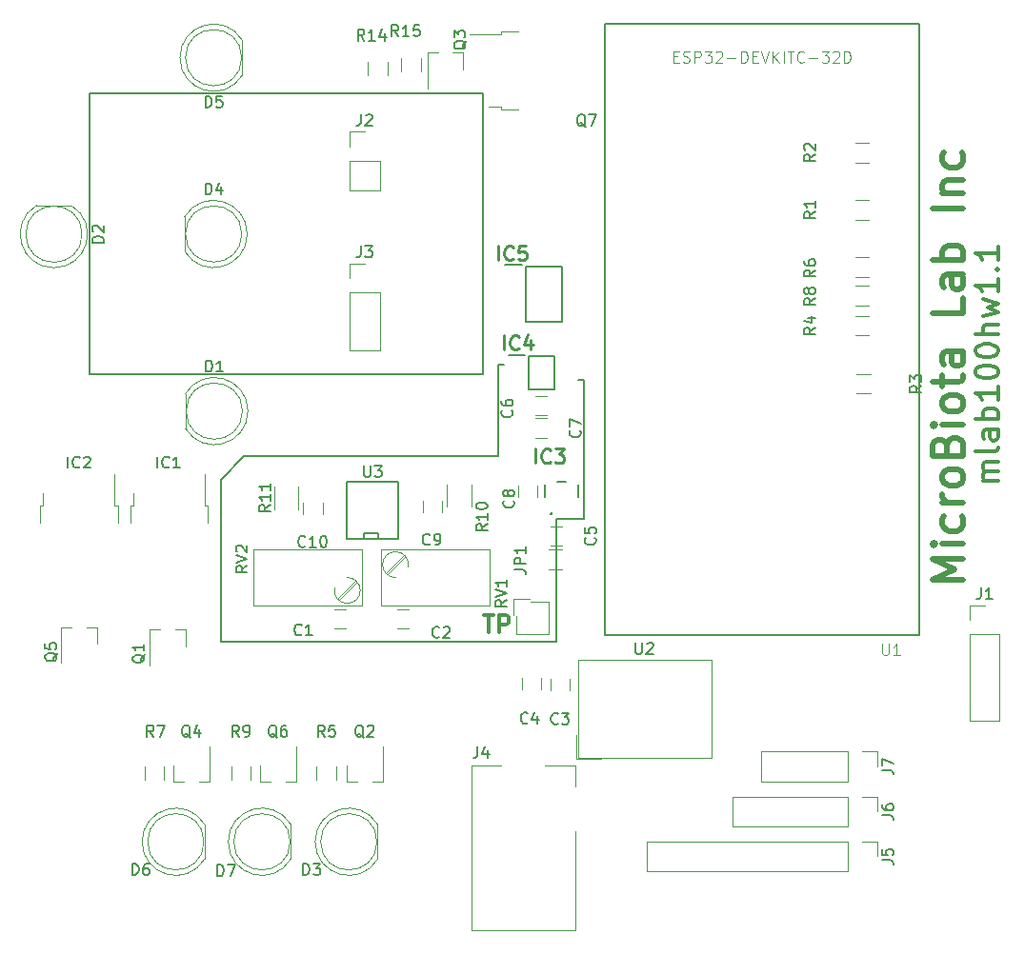
<source format=gto>
G04 #@! TF.GenerationSoftware,KiCad,Pcbnew,(5.0.0)*
G04 #@! TF.CreationDate,2019-01-08T13:52:07-08:00*
G04 #@! TF.ProjectId,TestPlatformBoard,54657374506C6174666F726D426F6172,rev?*
G04 #@! TF.SameCoordinates,Original*
G04 #@! TF.FileFunction,Legend,Top*
G04 #@! TF.FilePolarity,Positive*
%FSLAX46Y46*%
G04 Gerber Fmt 4.6, Leading zero omitted, Abs format (unit mm)*
G04 Created by KiCad (PCBNEW (5.0.0)) date 01/08/19 13:52:07*
%MOMM*%
%LPD*%
G01*
G04 APERTURE LIST*
%ADD10C,0.300000*%
%ADD11C,0.500000*%
%ADD12C,0.200000*%
%ADD13C,0.127000*%
%ADD14C,0.120000*%
%ADD15C,0.254000*%
%ADD16C,0.150000*%
%ADD17C,0.050000*%
G04 APERTURE END LIST*
D10*
X41421428Y-52778571D02*
X42278571Y-52778571D01*
X41850000Y-54278571D02*
X41850000Y-52778571D01*
X42778571Y-54278571D02*
X42778571Y-52778571D01*
X43350000Y-52778571D01*
X43492857Y-52850000D01*
X43564285Y-52921428D01*
X43635714Y-53064285D01*
X43635714Y-53278571D01*
X43564285Y-53421428D01*
X43492857Y-53492857D01*
X43350000Y-53564285D01*
X42778571Y-53564285D01*
X87104761Y-40830952D02*
X85771428Y-40830952D01*
X85961904Y-40830952D02*
X85866666Y-40735714D01*
X85771428Y-40545238D01*
X85771428Y-40259523D01*
X85866666Y-40069047D01*
X86057142Y-39973809D01*
X87104761Y-39973809D01*
X86057142Y-39973809D02*
X85866666Y-39878571D01*
X85771428Y-39688095D01*
X85771428Y-39402380D01*
X85866666Y-39211904D01*
X86057142Y-39116666D01*
X87104761Y-39116666D01*
X87104761Y-37878571D02*
X87009523Y-38069047D01*
X86819047Y-38164285D01*
X85104761Y-38164285D01*
X87104761Y-36259523D02*
X86057142Y-36259523D01*
X85866666Y-36354761D01*
X85771428Y-36545238D01*
X85771428Y-36926190D01*
X85866666Y-37116666D01*
X87009523Y-36259523D02*
X87104761Y-36450000D01*
X87104761Y-36926190D01*
X87009523Y-37116666D01*
X86819047Y-37211904D01*
X86628571Y-37211904D01*
X86438095Y-37116666D01*
X86342857Y-36926190D01*
X86342857Y-36450000D01*
X86247619Y-36259523D01*
X87104761Y-35307142D02*
X85104761Y-35307142D01*
X85866666Y-35307142D02*
X85771428Y-35116666D01*
X85771428Y-34735714D01*
X85866666Y-34545238D01*
X85961904Y-34450000D01*
X86152380Y-34354761D01*
X86723809Y-34354761D01*
X86914285Y-34450000D01*
X87009523Y-34545238D01*
X87104761Y-34735714D01*
X87104761Y-35116666D01*
X87009523Y-35307142D01*
X87104761Y-32450000D02*
X87104761Y-33592857D01*
X87104761Y-33021428D02*
X85104761Y-33021428D01*
X85390476Y-33211904D01*
X85580952Y-33402380D01*
X85676190Y-33592857D01*
X85104761Y-31211904D02*
X85104761Y-31021428D01*
X85200000Y-30830952D01*
X85295238Y-30735714D01*
X85485714Y-30640476D01*
X85866666Y-30545238D01*
X86342857Y-30545238D01*
X86723809Y-30640476D01*
X86914285Y-30735714D01*
X87009523Y-30830952D01*
X87104761Y-31021428D01*
X87104761Y-31211904D01*
X87009523Y-31402380D01*
X86914285Y-31497619D01*
X86723809Y-31592857D01*
X86342857Y-31688095D01*
X85866666Y-31688095D01*
X85485714Y-31592857D01*
X85295238Y-31497619D01*
X85200000Y-31402380D01*
X85104761Y-31211904D01*
X85104761Y-29307142D02*
X85104761Y-29116666D01*
X85200000Y-28926190D01*
X85295238Y-28830952D01*
X85485714Y-28735714D01*
X85866666Y-28640476D01*
X86342857Y-28640476D01*
X86723809Y-28735714D01*
X86914285Y-28830952D01*
X87009523Y-28926190D01*
X87104761Y-29116666D01*
X87104761Y-29307142D01*
X87009523Y-29497619D01*
X86914285Y-29592857D01*
X86723809Y-29688095D01*
X86342857Y-29783333D01*
X85866666Y-29783333D01*
X85485714Y-29688095D01*
X85295238Y-29592857D01*
X85200000Y-29497619D01*
X85104761Y-29307142D01*
X87104761Y-27783333D02*
X85104761Y-27783333D01*
X87104761Y-26926190D02*
X86057142Y-26926190D01*
X85866666Y-27021428D01*
X85771428Y-27211904D01*
X85771428Y-27497619D01*
X85866666Y-27688095D01*
X85961904Y-27783333D01*
X85771428Y-26164285D02*
X87104761Y-25783333D01*
X86152380Y-25402380D01*
X87104761Y-25021428D01*
X85771428Y-24640476D01*
X87104761Y-22830952D02*
X87104761Y-23973809D01*
X87104761Y-23402380D02*
X85104761Y-23402380D01*
X85390476Y-23592857D01*
X85580952Y-23783333D01*
X85676190Y-23973809D01*
X86914285Y-21973809D02*
X87009523Y-21878571D01*
X87104761Y-21973809D01*
X87009523Y-22069047D01*
X86914285Y-21973809D01*
X87104761Y-21973809D01*
X87104761Y-19973809D02*
X87104761Y-21116666D01*
X87104761Y-20545238D02*
X85104761Y-20545238D01*
X85390476Y-20735714D01*
X85580952Y-20926190D01*
X85676190Y-21116666D01*
D11*
X83994047Y-49572619D02*
X81244047Y-49572619D01*
X83208333Y-48655952D01*
X81244047Y-47739285D01*
X83994047Y-47739285D01*
X83994047Y-46429761D02*
X82160714Y-46429761D01*
X81244047Y-46429761D02*
X81375000Y-46560714D01*
X81505952Y-46429761D01*
X81375000Y-46298809D01*
X81244047Y-46429761D01*
X81505952Y-46429761D01*
X83863095Y-43941666D02*
X83994047Y-44203571D01*
X83994047Y-44727380D01*
X83863095Y-44989285D01*
X83732142Y-45120238D01*
X83470238Y-45251190D01*
X82684523Y-45251190D01*
X82422619Y-45120238D01*
X82291666Y-44989285D01*
X82160714Y-44727380D01*
X82160714Y-44203571D01*
X82291666Y-43941666D01*
X83994047Y-42763095D02*
X82160714Y-42763095D01*
X82684523Y-42763095D02*
X82422619Y-42632142D01*
X82291666Y-42501190D01*
X82160714Y-42239285D01*
X82160714Y-41977380D01*
X83994047Y-40667857D02*
X83863095Y-40929761D01*
X83732142Y-41060714D01*
X83470238Y-41191666D01*
X82684523Y-41191666D01*
X82422619Y-41060714D01*
X82291666Y-40929761D01*
X82160714Y-40667857D01*
X82160714Y-40275000D01*
X82291666Y-40013095D01*
X82422619Y-39882142D01*
X82684523Y-39751190D01*
X83470238Y-39751190D01*
X83732142Y-39882142D01*
X83863095Y-40013095D01*
X83994047Y-40275000D01*
X83994047Y-40667857D01*
X82553571Y-37655952D02*
X82684523Y-37263095D01*
X82815476Y-37132142D01*
X83077380Y-37001190D01*
X83470238Y-37001190D01*
X83732142Y-37132142D01*
X83863095Y-37263095D01*
X83994047Y-37525000D01*
X83994047Y-38572619D01*
X81244047Y-38572619D01*
X81244047Y-37655952D01*
X81375000Y-37394047D01*
X81505952Y-37263095D01*
X81767857Y-37132142D01*
X82029761Y-37132142D01*
X82291666Y-37263095D01*
X82422619Y-37394047D01*
X82553571Y-37655952D01*
X82553571Y-38572619D01*
X83994047Y-35822619D02*
X82160714Y-35822619D01*
X81244047Y-35822619D02*
X81375000Y-35953571D01*
X81505952Y-35822619D01*
X81375000Y-35691666D01*
X81244047Y-35822619D01*
X81505952Y-35822619D01*
X83994047Y-34120238D02*
X83863095Y-34382142D01*
X83732142Y-34513095D01*
X83470238Y-34644047D01*
X82684523Y-34644047D01*
X82422619Y-34513095D01*
X82291666Y-34382142D01*
X82160714Y-34120238D01*
X82160714Y-33727380D01*
X82291666Y-33465476D01*
X82422619Y-33334523D01*
X82684523Y-33203571D01*
X83470238Y-33203571D01*
X83732142Y-33334523D01*
X83863095Y-33465476D01*
X83994047Y-33727380D01*
X83994047Y-34120238D01*
X82160714Y-32417857D02*
X82160714Y-31370238D01*
X81244047Y-32025000D02*
X83601190Y-32025000D01*
X83863095Y-31894047D01*
X83994047Y-31632142D01*
X83994047Y-31370238D01*
X83994047Y-29275000D02*
X82553571Y-29275000D01*
X82291666Y-29405952D01*
X82160714Y-29667857D01*
X82160714Y-30191666D01*
X82291666Y-30453571D01*
X83863095Y-29275000D02*
X83994047Y-29536904D01*
X83994047Y-30191666D01*
X83863095Y-30453571D01*
X83601190Y-30584523D01*
X83339285Y-30584523D01*
X83077380Y-30453571D01*
X82946428Y-30191666D01*
X82946428Y-29536904D01*
X82815476Y-29275000D01*
X83994047Y-24560714D02*
X83994047Y-25870238D01*
X81244047Y-25870238D01*
X83994047Y-22465476D02*
X82553571Y-22465476D01*
X82291666Y-22596428D01*
X82160714Y-22858333D01*
X82160714Y-23382142D01*
X82291666Y-23644047D01*
X83863095Y-22465476D02*
X83994047Y-22727380D01*
X83994047Y-23382142D01*
X83863095Y-23644047D01*
X83601190Y-23775000D01*
X83339285Y-23775000D01*
X83077380Y-23644047D01*
X82946428Y-23382142D01*
X82946428Y-22727380D01*
X82815476Y-22465476D01*
X83994047Y-21155952D02*
X81244047Y-21155952D01*
X82291666Y-21155952D02*
X82160714Y-20894047D01*
X82160714Y-20370238D01*
X82291666Y-20108333D01*
X82422619Y-19977380D01*
X82684523Y-19846428D01*
X83470238Y-19846428D01*
X83732142Y-19977380D01*
X83863095Y-20108333D01*
X83994047Y-20370238D01*
X83994047Y-20894047D01*
X83863095Y-21155952D01*
X83994047Y-16572619D02*
X81244047Y-16572619D01*
X82160714Y-15263095D02*
X83994047Y-15263095D01*
X82422619Y-15263095D02*
X82291666Y-15132142D01*
X82160714Y-14870238D01*
X82160714Y-14477380D01*
X82291666Y-14215476D01*
X82553571Y-14084523D01*
X83994047Y-14084523D01*
X83863095Y-11596428D02*
X83994047Y-11858333D01*
X83994047Y-12382142D01*
X83863095Y-12644047D01*
X83732142Y-12775000D01*
X83470238Y-12905952D01*
X82684523Y-12905952D01*
X82422619Y-12775000D01*
X82291666Y-12644047D01*
X82160714Y-12382142D01*
X82160714Y-11858333D01*
X82291666Y-11596428D01*
D12*
X42700000Y-38600000D02*
X20100000Y-38600000D01*
X18000000Y-40700000D02*
X20100000Y-38600000D01*
X18000000Y-55100000D02*
X18000000Y-40700000D01*
X47800000Y-55100000D02*
X47800000Y-44200000D01*
X42700000Y-55100000D02*
X47800000Y-55100000D01*
X50300000Y-44200000D02*
X47800000Y-44200000D01*
X50300000Y-38700000D02*
X50300000Y-44200000D01*
X42700000Y-30500000D02*
X42700000Y-38600000D01*
X43200000Y-30500000D02*
X42700000Y-30500000D01*
X50300000Y-31800000D02*
X50300000Y-37500000D01*
X49800000Y-31800000D02*
X50300000Y-31800000D01*
X50300000Y-37500000D02*
X50300000Y-38700000D01*
X18000000Y-55100000D02*
X42700000Y-55100000D01*
X6350000Y-31350000D02*
X6350000Y-6350000D01*
X41350000Y-31350000D02*
X6350000Y-31350000D01*
X41350000Y-6350000D02*
X41350000Y-31350000D01*
X6350000Y-6350000D02*
X41350000Y-6350000D01*
D13*
G04 #@! TO.C,U1*
X52150000Y-150000D02*
X80050000Y-150000D01*
X52150000Y-54550000D02*
X52150000Y-150000D01*
X80050000Y-54550000D02*
X52150000Y-54550000D01*
X80050000Y-150000D02*
X80050000Y-54550000D01*
D14*
G04 #@! TO.C,U2*
X61590000Y-56700000D02*
X49790000Y-56700000D01*
X61590000Y-65400000D02*
X61590000Y-56700000D01*
X49790000Y-65400000D02*
X61590000Y-65400000D01*
X49790000Y-56700000D02*
X49790000Y-65400000D01*
X49640000Y-65550000D02*
X51790000Y-65550000D01*
X49640000Y-63400000D02*
X49640000Y-65550000D01*
G04 #@! TO.C,R4*
X74400000Y-26120000D02*
X75600000Y-26120000D01*
X75600000Y-27880000D02*
X74400000Y-27880000D01*
G04 #@! TO.C,Q1*
X14880000Y-54040000D02*
X13950000Y-54040000D01*
X11720000Y-54040000D02*
X12650000Y-54040000D01*
X11720000Y-54040000D02*
X11720000Y-57200000D01*
X14880000Y-54040000D02*
X14880000Y-55500000D01*
G04 #@! TO.C,C9*
X35950000Y-42600000D02*
X35950000Y-43600000D01*
X37650000Y-43600000D02*
X37650000Y-42600000D01*
G04 #@! TO.C,C10*
X27050000Y-43750000D02*
X27050000Y-42750000D01*
X25350000Y-42750000D02*
X25350000Y-43750000D01*
G04 #@! TO.C,R1*
X74400000Y-15820000D02*
X75600000Y-15820000D01*
X75600000Y-17580000D02*
X74400000Y-17580000D01*
G04 #@! TO.C,R5*
X28280000Y-66200000D02*
X28280000Y-67400000D01*
X26520000Y-67400000D02*
X26520000Y-66200000D01*
G04 #@! TO.C,R6*
X75600000Y-22680000D02*
X74400000Y-22680000D01*
X74400000Y-20920000D02*
X75600000Y-20920000D01*
G04 #@! TO.C,R2*
X74400000Y-10720000D02*
X75600000Y-10720000D01*
X75600000Y-12480000D02*
X74400000Y-12480000D01*
G04 #@! TO.C,R8*
X75600000Y-25180000D02*
X74400000Y-25180000D01*
X74400000Y-23420000D02*
X75600000Y-23420000D01*
G04 #@! TO.C,R7*
X12980000Y-66200000D02*
X12980000Y-67400000D01*
X11220000Y-67400000D02*
X11220000Y-66200000D01*
G04 #@! TO.C,R3*
X75730000Y-33050000D02*
X74530000Y-33050000D01*
X74530000Y-31290000D02*
X75730000Y-31290000D01*
D12*
G04 #@! TO.C,IC4*
X45350000Y-29675000D02*
X47650000Y-29675000D01*
X47650000Y-29675000D02*
X47650000Y-32675000D01*
X47650000Y-32675000D02*
X45350000Y-32675000D01*
X45350000Y-32675000D02*
X45350000Y-29675000D01*
X43600000Y-29625000D02*
X45000000Y-29625000D01*
G04 #@! TO.C,IC5*
X45100000Y-21750000D02*
X48300000Y-21750000D01*
X48300000Y-21750000D02*
X48300000Y-26650000D01*
X48300000Y-26650000D02*
X45100000Y-26650000D01*
X45100000Y-26650000D02*
X45100000Y-21750000D01*
X43225000Y-21620000D02*
X44750000Y-21620000D01*
D14*
G04 #@! TO.C,J1*
X84570000Y-51870000D02*
X85900000Y-51870000D01*
X84570000Y-53200000D02*
X84570000Y-51870000D01*
X84570000Y-54470000D02*
X87230000Y-54470000D01*
X87230000Y-54470000D02*
X87230000Y-62150000D01*
X84570000Y-54470000D02*
X84570000Y-62150000D01*
X84570000Y-62150000D02*
X87230000Y-62150000D01*
G04 #@! TO.C,J2*
X29470000Y-9770000D02*
X30800000Y-9770000D01*
X29470000Y-11100000D02*
X29470000Y-9770000D01*
X29470000Y-12370000D02*
X32130000Y-12370000D01*
X32130000Y-12370000D02*
X32130000Y-14970000D01*
X29470000Y-12370000D02*
X29470000Y-14970000D01*
X29470000Y-14970000D02*
X32130000Y-14970000D01*
D12*
G04 #@! TO.C,IC3*
X46850000Y-41137000D02*
X46850000Y-42260000D01*
X49750000Y-41137000D02*
X49750000Y-42260000D01*
X47950000Y-40901000D02*
X48650000Y-40901000D01*
D15*
X47378300Y-43712000D02*
G75*
G03X47378300Y-43712000I-59300J0D01*
G01*
D14*
G04 #@! TO.C,IC1*
X16850000Y-44530000D02*
X16850000Y-43030000D01*
X16850000Y-43030000D02*
X16580000Y-43030000D01*
X16580000Y-43030000D02*
X16580000Y-40200000D01*
X9950000Y-44530000D02*
X9950000Y-43030000D01*
X9950000Y-43030000D02*
X10220000Y-43030000D01*
X10220000Y-43030000D02*
X10220000Y-41930000D01*
G04 #@! TO.C,IC2*
X2220000Y-43030000D02*
X2220000Y-41930000D01*
X1950000Y-43030000D02*
X2220000Y-43030000D01*
X1950000Y-44530000D02*
X1950000Y-43030000D01*
X8580000Y-43030000D02*
X8580000Y-40200000D01*
X8850000Y-43030000D02*
X8580000Y-43030000D01*
X8850000Y-44530000D02*
X8850000Y-43030000D01*
G04 #@! TO.C,D4*
X20360000Y-18850462D02*
G75*
G03X14810000Y-17305170I-2990000J462D01*
G01*
X20360000Y-18849538D02*
G75*
G02X14810000Y-20394830I-2990000J-462D01*
G01*
X19870000Y-18850000D02*
G75*
G03X19870000Y-18850000I-2500000J0D01*
G01*
X14810000Y-17305000D02*
X14810000Y-20395000D01*
G04 #@! TO.C,D5*
X19930000Y-4720000D02*
X19930000Y-1630000D01*
X19870000Y-3175000D02*
G75*
G03X19870000Y-3175000I-2500000J0D01*
G01*
X14380000Y-3175462D02*
G75*
G02X19930000Y-1630170I2990000J462D01*
G01*
X14380000Y-3174538D02*
G75*
G03X19930000Y-4719830I2990000J-462D01*
G01*
G04 #@! TO.C,D7*
X24230000Y-74445000D02*
X24230000Y-71355000D01*
X24170000Y-72900000D02*
G75*
G03X24170000Y-72900000I-2500000J0D01*
G01*
X18680000Y-72900462D02*
G75*
G02X24230000Y-71355170I2990000J462D01*
G01*
X18680000Y-72899538D02*
G75*
G03X24230000Y-74444830I2990000J-462D01*
G01*
G04 #@! TO.C,C8*
X44450000Y-41200000D02*
X44450000Y-42200000D01*
X46150000Y-42200000D02*
X46150000Y-41200000D01*
G04 #@! TO.C,C6*
X47000000Y-33250000D02*
X46000000Y-33250000D01*
X46000000Y-34950000D02*
X47000000Y-34950000D01*
G04 #@! TO.C,C7*
X45950000Y-36950000D02*
X46950000Y-36950000D01*
X46950000Y-35250000D02*
X45950000Y-35250000D01*
G04 #@! TO.C,C5*
X47300000Y-46550000D02*
X48300000Y-46550000D01*
X48300000Y-44850000D02*
X47300000Y-44850000D01*
G04 #@! TO.C,JP1*
X48350000Y-48680000D02*
X47150000Y-48680000D01*
X47150000Y-46920000D02*
X48350000Y-46920000D01*
G04 #@! TO.C,J3*
X29470000Y-21470000D02*
X30800000Y-21470000D01*
X29470000Y-22800000D02*
X29470000Y-21470000D01*
X29470000Y-24070000D02*
X32130000Y-24070000D01*
X32130000Y-24070000D02*
X32130000Y-29210000D01*
X29470000Y-24070000D02*
X29470000Y-29210000D01*
X29470000Y-29210000D02*
X32130000Y-29210000D01*
G04 #@! TO.C,Q6*
X21520000Y-67560000D02*
X21520000Y-66100000D01*
X24680000Y-67560000D02*
X24680000Y-64400000D01*
X24680000Y-67560000D02*
X23750000Y-67560000D01*
X21520000Y-67560000D02*
X22450000Y-67560000D01*
G04 #@! TO.C,Q2*
X29220000Y-67560000D02*
X29220000Y-66100000D01*
X32380000Y-67560000D02*
X32380000Y-64400000D01*
X32380000Y-67560000D02*
X31450000Y-67560000D01*
X29220000Y-67560000D02*
X30150000Y-67560000D01*
G04 #@! TO.C,J5*
X76330000Y-72870000D02*
X76330000Y-74200000D01*
X75000000Y-72870000D02*
X76330000Y-72870000D01*
X73730000Y-72870000D02*
X73730000Y-75530000D01*
X73730000Y-75530000D02*
X55890000Y-75530000D01*
X73730000Y-72870000D02*
X55890000Y-72870000D01*
X55890000Y-72870000D02*
X55890000Y-75530000D01*
G04 #@! TO.C,Q5*
X6980000Y-53840000D02*
X6050000Y-53840000D01*
X3820000Y-53840000D02*
X4750000Y-53840000D01*
X3820000Y-53840000D02*
X3820000Y-57000000D01*
X6980000Y-53840000D02*
X6980000Y-55300000D01*
G04 #@! TO.C,Q4*
X13820000Y-67560000D02*
X13820000Y-66100000D01*
X16980000Y-67560000D02*
X16980000Y-64400000D01*
X16980000Y-67560000D02*
X16050000Y-67560000D01*
X13820000Y-67560000D02*
X14750000Y-67560000D01*
G04 #@! TO.C,C1*
X29100000Y-52250000D02*
X28100000Y-52250000D01*
X28100000Y-53950000D02*
X29100000Y-53950000D01*
G04 #@! TO.C,C4*
X46450000Y-59350000D02*
X46450000Y-58350000D01*
X44750000Y-58350000D02*
X44750000Y-59350000D01*
G04 #@! TO.C,C2*
X34700000Y-52250000D02*
X33700000Y-52250000D01*
X33700000Y-53950000D02*
X34700000Y-53950000D01*
G04 #@! TO.C,C3*
X47350000Y-58450000D02*
X47350000Y-59450000D01*
X49050000Y-59450000D02*
X49050000Y-58450000D01*
G04 #@! TO.C,RV1*
X32809000Y-49125000D02*
X34421000Y-47515000D01*
X32669000Y-48984000D02*
X34280000Y-47374000D01*
X32215000Y-51870000D02*
X32215000Y-46919000D01*
X41865000Y-51870000D02*
X41865000Y-46919000D01*
X41865000Y-46919000D02*
X32215000Y-46919000D01*
X41865000Y-51870000D02*
X32215000Y-51870000D01*
X33524879Y-47095948D02*
G75*
G02X34674000Y-48490000I20121J-1154052D01*
G01*
X33585309Y-49404296D02*
G75*
G02X33545000Y-47095000I-40309J1154296D01*
G01*
G04 #@! TO.C,R11*
X22730000Y-43300000D02*
X22730000Y-41300000D01*
X24870000Y-41300000D02*
X24870000Y-43300000D01*
G04 #@! TO.C,R9*
X20680000Y-66200000D02*
X20680000Y-67400000D01*
X18920000Y-67400000D02*
X18920000Y-66200000D01*
G04 #@! TO.C,R10*
X40270000Y-41100000D02*
X40270000Y-43100000D01*
X38130000Y-43100000D02*
X38130000Y-41100000D01*
D16*
G04 #@! TO.C,U3*
X32008000Y-45432000D02*
X32008000Y-45940000D01*
X30738000Y-45432000D02*
X32008000Y-45432000D01*
X30738000Y-45940000D02*
X30738000Y-45432000D01*
X33786000Y-45940000D02*
X29214000Y-45940000D01*
X33786000Y-40860000D02*
X33786000Y-45940000D01*
X29214000Y-40860000D02*
X33786000Y-40860000D01*
X29214000Y-45940000D02*
X29214000Y-40860000D01*
D14*
G04 #@! TO.C,RV2*
X29214691Y-49395704D02*
G75*
G02X29255000Y-51705000I40309J-1154296D01*
G01*
X29275121Y-51704052D02*
G75*
G02X28126000Y-50310000I-20121J1154052D01*
G01*
X20935000Y-46930000D02*
X30585000Y-46930000D01*
X20935000Y-51881000D02*
X30585000Y-51881000D01*
X20935000Y-46930000D02*
X20935000Y-51881000D01*
X30585000Y-46930000D02*
X30585000Y-51881000D01*
X30131000Y-49816000D02*
X28520000Y-51426000D01*
X29991000Y-49675000D02*
X28379000Y-51285000D01*
G04 #@! TO.C,J4*
X40300000Y-66100000D02*
X42900000Y-66100000D01*
X40300000Y-80800000D02*
X40300000Y-66100000D01*
X49500000Y-66100000D02*
X49500000Y-68000000D01*
X46800000Y-66100000D02*
X49500000Y-66100000D01*
X49500000Y-80800000D02*
X40300000Y-80800000D01*
X49500000Y-72000000D02*
X49500000Y-80800000D01*
G04 #@! TO.C,D1*
X20420000Y-34600462D02*
G75*
G03X14870000Y-33055170I-2990000J462D01*
G01*
X20420000Y-34599538D02*
G75*
G02X14870000Y-36144830I-2990000J-462D01*
G01*
X19930000Y-34600000D02*
G75*
G03X19930000Y-34600000I-2500000J0D01*
G01*
X14870000Y-33055000D02*
X14870000Y-36145000D01*
G04 #@! TO.C,D2*
X4720000Y-16310000D02*
X1630000Y-16310000D01*
X5675000Y-18870000D02*
G75*
G03X5675000Y-18870000I-2500000J0D01*
G01*
X3175462Y-21860000D02*
G75*
G02X1630170Y-16310000I-462J2990000D01*
G01*
X3174538Y-21860000D02*
G75*
G03X4719830Y-16310000I462J2990000D01*
G01*
G04 #@! TO.C,D3*
X31950000Y-74445000D02*
X31950000Y-71355000D01*
X31890000Y-72900000D02*
G75*
G03X31890000Y-72900000I-2500000J0D01*
G01*
X26400000Y-72900462D02*
G75*
G02X31950000Y-71355170I2990000J462D01*
G01*
X26400000Y-72899538D02*
G75*
G03X31950000Y-74444830I2990000J-462D01*
G01*
G04 #@! TO.C,D6*
X11020000Y-72899538D02*
G75*
G03X16570000Y-74444830I2990000J-462D01*
G01*
X11020000Y-72900462D02*
G75*
G02X16570000Y-71355170I2990000J462D01*
G01*
X16510000Y-72900000D02*
G75*
G03X16510000Y-72900000I-2500000J0D01*
G01*
X16570000Y-74445000D02*
X16570000Y-71355000D01*
G04 #@! TO.C,J6*
X76330000Y-68870000D02*
X76330000Y-70200000D01*
X75000000Y-68870000D02*
X76330000Y-68870000D01*
X73730000Y-68870000D02*
X73730000Y-71530000D01*
X73730000Y-71530000D02*
X63510000Y-71530000D01*
X73730000Y-68870000D02*
X63510000Y-68870000D01*
X63510000Y-68870000D02*
X63510000Y-71530000D01*
G04 #@! TO.C,J7*
X76330000Y-64870000D02*
X76330000Y-66200000D01*
X75000000Y-64870000D02*
X76330000Y-64870000D01*
X73730000Y-64870000D02*
X73730000Y-67530000D01*
X73730000Y-67530000D02*
X66050000Y-67530000D01*
X73730000Y-64870000D02*
X66050000Y-64870000D01*
X66050000Y-64870000D02*
X66050000Y-67530000D01*
G04 #@! TO.C,J8*
X44030000Y-51330000D02*
X44030000Y-52730000D01*
X45430000Y-51330000D02*
X44030000Y-51330000D01*
X44280000Y-54420000D02*
X44280000Y-52830000D01*
X47120000Y-54420000D02*
X44280000Y-54420000D01*
X47120000Y-51580000D02*
X47120000Y-54420000D01*
X45530000Y-51580000D02*
X47120000Y-51580000D01*
G04 #@! TO.C,Q3*
X39550000Y-2730000D02*
X39550000Y-4190000D01*
X36390000Y-2730000D02*
X36390000Y-5890000D01*
X36390000Y-2730000D02*
X37320000Y-2730000D01*
X39550000Y-2730000D02*
X38620000Y-2730000D01*
G04 #@! TO.C,Q7*
X42945001Y-7485001D02*
X41845001Y-7485001D01*
X42945001Y-7755001D02*
X42945001Y-7485001D01*
X44445001Y-7755001D02*
X42945001Y-7755001D01*
X42945001Y-1125001D02*
X40115001Y-1125001D01*
X42945001Y-855001D02*
X42945001Y-1125001D01*
X44445001Y-855001D02*
X42945001Y-855001D01*
G04 #@! TO.C,R14*
X31070000Y-4760000D02*
X31070000Y-3560000D01*
X32830000Y-3560000D02*
X32830000Y-4760000D01*
G04 #@! TO.C,R15*
X34050000Y-4390000D02*
X34050000Y-3190000D01*
X35810000Y-3190000D02*
X35810000Y-4390000D01*
G04 #@! TO.C,U1*
D17*
X76802198Y-55298167D02*
X76802198Y-56108006D01*
X76849835Y-56203282D01*
X76897473Y-56250919D01*
X76992748Y-56298557D01*
X77183299Y-56298557D01*
X77278574Y-56250919D01*
X77326211Y-56203282D01*
X77373849Y-56108006D01*
X77373849Y-55298167D01*
X78374239Y-56298557D02*
X77802588Y-56298557D01*
X78088413Y-56298557D02*
X78088413Y-55298167D01*
X77993138Y-55441080D01*
X77897863Y-55536355D01*
X77802588Y-55583993D01*
X58258441Y-3078496D02*
X58592125Y-3078496D01*
X58735132Y-3602855D02*
X58258441Y-3602855D01*
X58258441Y-2601805D01*
X58735132Y-2601805D01*
X59116484Y-3555186D02*
X59259491Y-3602855D01*
X59497836Y-3602855D01*
X59593175Y-3555186D01*
X59640844Y-3507517D01*
X59688513Y-3412179D01*
X59688513Y-3316841D01*
X59640844Y-3221503D01*
X59593175Y-3173834D01*
X59497836Y-3126165D01*
X59307160Y-3078496D01*
X59211822Y-3030827D01*
X59164153Y-2983158D01*
X59116484Y-2887820D01*
X59116484Y-2792482D01*
X59164153Y-2697144D01*
X59211822Y-2649475D01*
X59307160Y-2601805D01*
X59545505Y-2601805D01*
X59688513Y-2649475D01*
X60117534Y-3602855D02*
X60117534Y-2601805D01*
X60498886Y-2601805D01*
X60594225Y-2649475D01*
X60641894Y-2697144D01*
X60689563Y-2792482D01*
X60689563Y-2935489D01*
X60641894Y-3030827D01*
X60594225Y-3078496D01*
X60498886Y-3126165D01*
X60117534Y-3126165D01*
X61023246Y-2601805D02*
X61642944Y-2601805D01*
X61309260Y-2983158D01*
X61452267Y-2983158D01*
X61547605Y-3030827D01*
X61595275Y-3078496D01*
X61642944Y-3173834D01*
X61642944Y-3412179D01*
X61595275Y-3507517D01*
X61547605Y-3555186D01*
X61452267Y-3602855D01*
X61166253Y-3602855D01*
X61070915Y-3555186D01*
X61023246Y-3507517D01*
X62024296Y-2697144D02*
X62071965Y-2649475D01*
X62167303Y-2601805D01*
X62405648Y-2601805D01*
X62500986Y-2649475D01*
X62548655Y-2697144D01*
X62596325Y-2792482D01*
X62596325Y-2887820D01*
X62548655Y-3030827D01*
X61976627Y-3602855D01*
X62596325Y-3602855D01*
X63025346Y-3221503D02*
X63788051Y-3221503D01*
X64264741Y-3602855D02*
X64264741Y-2601805D01*
X64503086Y-2601805D01*
X64646094Y-2649475D01*
X64741432Y-2744813D01*
X64789101Y-2840151D01*
X64836770Y-3030827D01*
X64836770Y-3173834D01*
X64789101Y-3364510D01*
X64741432Y-3459848D01*
X64646094Y-3555186D01*
X64503086Y-3602855D01*
X64264741Y-3602855D01*
X65265791Y-3078496D02*
X65599475Y-3078496D01*
X65742482Y-3602855D02*
X65265791Y-3602855D01*
X65265791Y-2601805D01*
X65742482Y-2601805D01*
X66028496Y-2601805D02*
X66362179Y-3602855D01*
X66695863Y-2601805D01*
X67029546Y-3602855D02*
X67029546Y-2601805D01*
X67601575Y-3602855D02*
X67172553Y-3030827D01*
X67601575Y-2601805D02*
X67029546Y-3173834D01*
X68030596Y-3602855D02*
X68030596Y-2601805D01*
X68364279Y-2601805D02*
X68936308Y-2601805D01*
X68650294Y-3602855D02*
X68650294Y-2601805D01*
X69842020Y-3507517D02*
X69794351Y-3555186D01*
X69651344Y-3602855D01*
X69556005Y-3602855D01*
X69412998Y-3555186D01*
X69317660Y-3459848D01*
X69269991Y-3364510D01*
X69222322Y-3173834D01*
X69222322Y-3030827D01*
X69269991Y-2840151D01*
X69317660Y-2744813D01*
X69412998Y-2649475D01*
X69556005Y-2601805D01*
X69651344Y-2601805D01*
X69794351Y-2649475D01*
X69842020Y-2697144D01*
X70271041Y-3221503D02*
X71033746Y-3221503D01*
X71415098Y-2601805D02*
X72034796Y-2601805D01*
X71701113Y-2983158D01*
X71844120Y-2983158D01*
X71939458Y-3030827D01*
X71987127Y-3078496D01*
X72034796Y-3173834D01*
X72034796Y-3412179D01*
X71987127Y-3507517D01*
X71939458Y-3555186D01*
X71844120Y-3602855D01*
X71558105Y-3602855D01*
X71462767Y-3555186D01*
X71415098Y-3507517D01*
X72416148Y-2697144D02*
X72463817Y-2649475D01*
X72559155Y-2601805D01*
X72797501Y-2601805D01*
X72892839Y-2649475D01*
X72940508Y-2697144D01*
X72988177Y-2792482D01*
X72988177Y-2887820D01*
X72940508Y-3030827D01*
X72368479Y-3602855D01*
X72988177Y-3602855D01*
X73417198Y-3602855D02*
X73417198Y-2601805D01*
X73655544Y-2601805D01*
X73798551Y-2649475D01*
X73893889Y-2744813D01*
X73941558Y-2840151D01*
X73989227Y-3030827D01*
X73989227Y-3173834D01*
X73941558Y-3364510D01*
X73893889Y-3459848D01*
X73798551Y-3555186D01*
X73655544Y-3602855D01*
X73417198Y-3602855D01*
G04 #@! TO.C,U2*
D16*
X54878095Y-55202380D02*
X54878095Y-56011904D01*
X54925714Y-56107142D01*
X54973333Y-56154761D01*
X55068571Y-56202380D01*
X55259047Y-56202380D01*
X55354285Y-56154761D01*
X55401904Y-56107142D01*
X55449523Y-56011904D01*
X55449523Y-55202380D01*
X55878095Y-55297619D02*
X55925714Y-55250000D01*
X56020952Y-55202380D01*
X56259047Y-55202380D01*
X56354285Y-55250000D01*
X56401904Y-55297619D01*
X56449523Y-55392857D01*
X56449523Y-55488095D01*
X56401904Y-55630952D01*
X55830476Y-56202380D01*
X56449523Y-56202380D01*
G04 #@! TO.C,R4*
X70852380Y-27166666D02*
X70376190Y-27500000D01*
X70852380Y-27738095D02*
X69852380Y-27738095D01*
X69852380Y-27357142D01*
X69900000Y-27261904D01*
X69947619Y-27214285D01*
X70042857Y-27166666D01*
X70185714Y-27166666D01*
X70280952Y-27214285D01*
X70328571Y-27261904D01*
X70376190Y-27357142D01*
X70376190Y-27738095D01*
X70185714Y-26309523D02*
X70852380Y-26309523D01*
X69804761Y-26547619D02*
X70519047Y-26785714D01*
X70519047Y-26166666D01*
G04 #@! TO.C,Q1*
X11247619Y-56245238D02*
X11200000Y-56340476D01*
X11104761Y-56435714D01*
X10961904Y-56578571D01*
X10914285Y-56673809D01*
X10914285Y-56769047D01*
X11152380Y-56721428D02*
X11104761Y-56816666D01*
X11009523Y-56911904D01*
X10819047Y-56959523D01*
X10485714Y-56959523D01*
X10295238Y-56911904D01*
X10200000Y-56816666D01*
X10152380Y-56721428D01*
X10152380Y-56530952D01*
X10200000Y-56435714D01*
X10295238Y-56340476D01*
X10485714Y-56292857D01*
X10819047Y-56292857D01*
X11009523Y-56340476D01*
X11104761Y-56435714D01*
X11152380Y-56530952D01*
X11152380Y-56721428D01*
X11152380Y-55340476D02*
X11152380Y-55911904D01*
X11152380Y-55626190D02*
X10152380Y-55626190D01*
X10295238Y-55721428D01*
X10390476Y-55816666D01*
X10438095Y-55911904D01*
G04 #@! TO.C,C9*
X36583333Y-46407142D02*
X36535714Y-46454761D01*
X36392857Y-46502380D01*
X36297619Y-46502380D01*
X36154761Y-46454761D01*
X36059523Y-46359523D01*
X36011904Y-46264285D01*
X35964285Y-46073809D01*
X35964285Y-45930952D01*
X36011904Y-45740476D01*
X36059523Y-45645238D01*
X36154761Y-45550000D01*
X36297619Y-45502380D01*
X36392857Y-45502380D01*
X36535714Y-45550000D01*
X36583333Y-45597619D01*
X37059523Y-46502380D02*
X37250000Y-46502380D01*
X37345238Y-46454761D01*
X37392857Y-46407142D01*
X37488095Y-46264285D01*
X37535714Y-46073809D01*
X37535714Y-45692857D01*
X37488095Y-45597619D01*
X37440476Y-45550000D01*
X37345238Y-45502380D01*
X37154761Y-45502380D01*
X37059523Y-45550000D01*
X37011904Y-45597619D01*
X36964285Y-45692857D01*
X36964285Y-45930952D01*
X37011904Y-46026190D01*
X37059523Y-46073809D01*
X37154761Y-46121428D01*
X37345238Y-46121428D01*
X37440476Y-46073809D01*
X37488095Y-46026190D01*
X37535714Y-45930952D01*
G04 #@! TO.C,C10*
X25507142Y-46607142D02*
X25459523Y-46654761D01*
X25316666Y-46702380D01*
X25221428Y-46702380D01*
X25078571Y-46654761D01*
X24983333Y-46559523D01*
X24935714Y-46464285D01*
X24888095Y-46273809D01*
X24888095Y-46130952D01*
X24935714Y-45940476D01*
X24983333Y-45845238D01*
X25078571Y-45750000D01*
X25221428Y-45702380D01*
X25316666Y-45702380D01*
X25459523Y-45750000D01*
X25507142Y-45797619D01*
X26459523Y-46702380D02*
X25888095Y-46702380D01*
X26173809Y-46702380D02*
X26173809Y-45702380D01*
X26078571Y-45845238D01*
X25983333Y-45940476D01*
X25888095Y-45988095D01*
X27078571Y-45702380D02*
X27173809Y-45702380D01*
X27269047Y-45750000D01*
X27316666Y-45797619D01*
X27364285Y-45892857D01*
X27411904Y-46083333D01*
X27411904Y-46321428D01*
X27364285Y-46511904D01*
X27316666Y-46607142D01*
X27269047Y-46654761D01*
X27173809Y-46702380D01*
X27078571Y-46702380D01*
X26983333Y-46654761D01*
X26935714Y-46607142D01*
X26888095Y-46511904D01*
X26840476Y-46321428D01*
X26840476Y-46083333D01*
X26888095Y-45892857D01*
X26935714Y-45797619D01*
X26983333Y-45750000D01*
X27078571Y-45702380D01*
G04 #@! TO.C,R1*
X70852380Y-16866666D02*
X70376190Y-17200000D01*
X70852380Y-17438095D02*
X69852380Y-17438095D01*
X69852380Y-17057142D01*
X69900000Y-16961904D01*
X69947619Y-16914285D01*
X70042857Y-16866666D01*
X70185714Y-16866666D01*
X70280952Y-16914285D01*
X70328571Y-16961904D01*
X70376190Y-17057142D01*
X70376190Y-17438095D01*
X70852380Y-15914285D02*
X70852380Y-16485714D01*
X70852380Y-16200000D02*
X69852380Y-16200000D01*
X69995238Y-16295238D01*
X70090476Y-16390476D01*
X70138095Y-16485714D01*
G04 #@! TO.C,R5*
X27233333Y-63552380D02*
X26900000Y-63076190D01*
X26661904Y-63552380D02*
X26661904Y-62552380D01*
X27042857Y-62552380D01*
X27138095Y-62600000D01*
X27185714Y-62647619D01*
X27233333Y-62742857D01*
X27233333Y-62885714D01*
X27185714Y-62980952D01*
X27138095Y-63028571D01*
X27042857Y-63076190D01*
X26661904Y-63076190D01*
X28138095Y-62552380D02*
X27661904Y-62552380D01*
X27614285Y-63028571D01*
X27661904Y-62980952D01*
X27757142Y-62933333D01*
X27995238Y-62933333D01*
X28090476Y-62980952D01*
X28138095Y-63028571D01*
X28185714Y-63123809D01*
X28185714Y-63361904D01*
X28138095Y-63457142D01*
X28090476Y-63504761D01*
X27995238Y-63552380D01*
X27757142Y-63552380D01*
X27661904Y-63504761D01*
X27614285Y-63457142D01*
G04 #@! TO.C,R6*
X70852380Y-22066666D02*
X70376190Y-22400000D01*
X70852380Y-22638095D02*
X69852380Y-22638095D01*
X69852380Y-22257142D01*
X69900000Y-22161904D01*
X69947619Y-22114285D01*
X70042857Y-22066666D01*
X70185714Y-22066666D01*
X70280952Y-22114285D01*
X70328571Y-22161904D01*
X70376190Y-22257142D01*
X70376190Y-22638095D01*
X69852380Y-21209523D02*
X69852380Y-21400000D01*
X69900000Y-21495238D01*
X69947619Y-21542857D01*
X70090476Y-21638095D01*
X70280952Y-21685714D01*
X70661904Y-21685714D01*
X70757142Y-21638095D01*
X70804761Y-21590476D01*
X70852380Y-21495238D01*
X70852380Y-21304761D01*
X70804761Y-21209523D01*
X70757142Y-21161904D01*
X70661904Y-21114285D01*
X70423809Y-21114285D01*
X70328571Y-21161904D01*
X70280952Y-21209523D01*
X70233333Y-21304761D01*
X70233333Y-21495238D01*
X70280952Y-21590476D01*
X70328571Y-21638095D01*
X70423809Y-21685714D01*
G04 #@! TO.C,R2*
X70852380Y-11766666D02*
X70376190Y-12100000D01*
X70852380Y-12338095D02*
X69852380Y-12338095D01*
X69852380Y-11957142D01*
X69900000Y-11861904D01*
X69947619Y-11814285D01*
X70042857Y-11766666D01*
X70185714Y-11766666D01*
X70280952Y-11814285D01*
X70328571Y-11861904D01*
X70376190Y-11957142D01*
X70376190Y-12338095D01*
X69947619Y-11385714D02*
X69900000Y-11338095D01*
X69852380Y-11242857D01*
X69852380Y-11004761D01*
X69900000Y-10909523D01*
X69947619Y-10861904D01*
X70042857Y-10814285D01*
X70138095Y-10814285D01*
X70280952Y-10861904D01*
X70852380Y-11433333D01*
X70852380Y-10814285D01*
G04 #@! TO.C,R8*
X70852380Y-24566666D02*
X70376190Y-24900000D01*
X70852380Y-25138095D02*
X69852380Y-25138095D01*
X69852380Y-24757142D01*
X69900000Y-24661904D01*
X69947619Y-24614285D01*
X70042857Y-24566666D01*
X70185714Y-24566666D01*
X70280952Y-24614285D01*
X70328571Y-24661904D01*
X70376190Y-24757142D01*
X70376190Y-25138095D01*
X70280952Y-23995238D02*
X70233333Y-24090476D01*
X70185714Y-24138095D01*
X70090476Y-24185714D01*
X70042857Y-24185714D01*
X69947619Y-24138095D01*
X69900000Y-24090476D01*
X69852380Y-23995238D01*
X69852380Y-23804761D01*
X69900000Y-23709523D01*
X69947619Y-23661904D01*
X70042857Y-23614285D01*
X70090476Y-23614285D01*
X70185714Y-23661904D01*
X70233333Y-23709523D01*
X70280952Y-23804761D01*
X70280952Y-23995238D01*
X70328571Y-24090476D01*
X70376190Y-24138095D01*
X70471428Y-24185714D01*
X70661904Y-24185714D01*
X70757142Y-24138095D01*
X70804761Y-24090476D01*
X70852380Y-23995238D01*
X70852380Y-23804761D01*
X70804761Y-23709523D01*
X70757142Y-23661904D01*
X70661904Y-23614285D01*
X70471428Y-23614285D01*
X70376190Y-23661904D01*
X70328571Y-23709523D01*
X70280952Y-23804761D01*
G04 #@! TO.C,R7*
X12033333Y-63552380D02*
X11700000Y-63076190D01*
X11461904Y-63552380D02*
X11461904Y-62552380D01*
X11842857Y-62552380D01*
X11938095Y-62600000D01*
X11985714Y-62647619D01*
X12033333Y-62742857D01*
X12033333Y-62885714D01*
X11985714Y-62980952D01*
X11938095Y-63028571D01*
X11842857Y-63076190D01*
X11461904Y-63076190D01*
X12366666Y-62552380D02*
X13033333Y-62552380D01*
X12604761Y-63552380D01*
G04 #@! TO.C,R3*
X80282380Y-32336666D02*
X79806190Y-32670000D01*
X80282380Y-32908095D02*
X79282380Y-32908095D01*
X79282380Y-32527142D01*
X79330000Y-32431904D01*
X79377619Y-32384285D01*
X79472857Y-32336666D01*
X79615714Y-32336666D01*
X79710952Y-32384285D01*
X79758571Y-32431904D01*
X79806190Y-32527142D01*
X79806190Y-32908095D01*
X79282380Y-32003333D02*
X79282380Y-31384285D01*
X79663333Y-31717619D01*
X79663333Y-31574761D01*
X79710952Y-31479523D01*
X79758571Y-31431904D01*
X79853809Y-31384285D01*
X80091904Y-31384285D01*
X80187142Y-31431904D01*
X80234761Y-31479523D01*
X80282380Y-31574761D01*
X80282380Y-31860476D01*
X80234761Y-31955714D01*
X80187142Y-32003333D01*
G04 #@! TO.C,IC4*
D15*
X43160238Y-29124523D02*
X43160238Y-27854523D01*
X44490714Y-29003571D02*
X44430238Y-29064047D01*
X44248809Y-29124523D01*
X44127857Y-29124523D01*
X43946428Y-29064047D01*
X43825476Y-28943095D01*
X43765000Y-28822142D01*
X43704523Y-28580238D01*
X43704523Y-28398809D01*
X43765000Y-28156904D01*
X43825476Y-28035952D01*
X43946428Y-27915000D01*
X44127857Y-27854523D01*
X44248809Y-27854523D01*
X44430238Y-27915000D01*
X44490714Y-27975476D01*
X45579285Y-28277857D02*
X45579285Y-29124523D01*
X45276904Y-27794047D02*
X44974523Y-28701190D01*
X45760714Y-28701190D01*
G04 #@! TO.C,IC5*
X42660238Y-21174523D02*
X42660238Y-19904523D01*
X43990714Y-21053571D02*
X43930238Y-21114047D01*
X43748809Y-21174523D01*
X43627857Y-21174523D01*
X43446428Y-21114047D01*
X43325476Y-20993095D01*
X43265000Y-20872142D01*
X43204523Y-20630238D01*
X43204523Y-20448809D01*
X43265000Y-20206904D01*
X43325476Y-20085952D01*
X43446428Y-19965000D01*
X43627857Y-19904523D01*
X43748809Y-19904523D01*
X43930238Y-19965000D01*
X43990714Y-20025476D01*
X45139761Y-19904523D02*
X44535000Y-19904523D01*
X44474523Y-20509285D01*
X44535000Y-20448809D01*
X44655952Y-20388333D01*
X44958333Y-20388333D01*
X45079285Y-20448809D01*
X45139761Y-20509285D01*
X45200238Y-20630238D01*
X45200238Y-20932619D01*
X45139761Y-21053571D01*
X45079285Y-21114047D01*
X44958333Y-21174523D01*
X44655952Y-21174523D01*
X44535000Y-21114047D01*
X44474523Y-21053571D01*
G04 #@! TO.C,J1*
D16*
X85566666Y-50322380D02*
X85566666Y-51036666D01*
X85519047Y-51179523D01*
X85423809Y-51274761D01*
X85280952Y-51322380D01*
X85185714Y-51322380D01*
X86566666Y-51322380D02*
X85995238Y-51322380D01*
X86280952Y-51322380D02*
X86280952Y-50322380D01*
X86185714Y-50465238D01*
X86090476Y-50560476D01*
X85995238Y-50608095D01*
G04 #@! TO.C,J2*
X30466666Y-8222380D02*
X30466666Y-8936666D01*
X30419047Y-9079523D01*
X30323809Y-9174761D01*
X30180952Y-9222380D01*
X30085714Y-9222380D01*
X30895238Y-8317619D02*
X30942857Y-8270000D01*
X31038095Y-8222380D01*
X31276190Y-8222380D01*
X31371428Y-8270000D01*
X31419047Y-8317619D01*
X31466666Y-8412857D01*
X31466666Y-8508095D01*
X31419047Y-8650952D01*
X30847619Y-9222380D01*
X31466666Y-9222380D01*
G04 #@! TO.C,IC3*
D15*
X45960238Y-39224523D02*
X45960238Y-37954523D01*
X47290714Y-39103571D02*
X47230238Y-39164047D01*
X47048809Y-39224523D01*
X46927857Y-39224523D01*
X46746428Y-39164047D01*
X46625476Y-39043095D01*
X46565000Y-38922142D01*
X46504523Y-38680238D01*
X46504523Y-38498809D01*
X46565000Y-38256904D01*
X46625476Y-38135952D01*
X46746428Y-38015000D01*
X46927857Y-37954523D01*
X47048809Y-37954523D01*
X47230238Y-38015000D01*
X47290714Y-38075476D01*
X47714047Y-37954523D02*
X48500238Y-37954523D01*
X48076904Y-38438333D01*
X48258333Y-38438333D01*
X48379285Y-38498809D01*
X48439761Y-38559285D01*
X48500238Y-38680238D01*
X48500238Y-38982619D01*
X48439761Y-39103571D01*
X48379285Y-39164047D01*
X48258333Y-39224523D01*
X47895476Y-39224523D01*
X47774523Y-39164047D01*
X47714047Y-39103571D01*
G04 #@! TO.C,IC1*
D16*
X12373809Y-39652380D02*
X12373809Y-38652380D01*
X13421428Y-39557142D02*
X13373809Y-39604761D01*
X13230952Y-39652380D01*
X13135714Y-39652380D01*
X12992857Y-39604761D01*
X12897619Y-39509523D01*
X12850000Y-39414285D01*
X12802380Y-39223809D01*
X12802380Y-39080952D01*
X12850000Y-38890476D01*
X12897619Y-38795238D01*
X12992857Y-38700000D01*
X13135714Y-38652380D01*
X13230952Y-38652380D01*
X13373809Y-38700000D01*
X13421428Y-38747619D01*
X14373809Y-39652380D02*
X13802380Y-39652380D01*
X14088095Y-39652380D02*
X14088095Y-38652380D01*
X13992857Y-38795238D01*
X13897619Y-38890476D01*
X13802380Y-38938095D01*
G04 #@! TO.C,IC2*
X4423809Y-39652380D02*
X4423809Y-38652380D01*
X5471428Y-39557142D02*
X5423809Y-39604761D01*
X5280952Y-39652380D01*
X5185714Y-39652380D01*
X5042857Y-39604761D01*
X4947619Y-39509523D01*
X4900000Y-39414285D01*
X4852380Y-39223809D01*
X4852380Y-39080952D01*
X4900000Y-38890476D01*
X4947619Y-38795238D01*
X5042857Y-38700000D01*
X5185714Y-38652380D01*
X5280952Y-38652380D01*
X5423809Y-38700000D01*
X5471428Y-38747619D01*
X5852380Y-38747619D02*
X5900000Y-38700000D01*
X5995238Y-38652380D01*
X6233333Y-38652380D01*
X6328571Y-38700000D01*
X6376190Y-38747619D01*
X6423809Y-38842857D01*
X6423809Y-38938095D01*
X6376190Y-39080952D01*
X5804761Y-39652380D01*
X6423809Y-39652380D01*
G04 #@! TO.C,D4*
X16631904Y-15342380D02*
X16631904Y-14342380D01*
X16870000Y-14342380D01*
X17012857Y-14390000D01*
X17108095Y-14485238D01*
X17155714Y-14580476D01*
X17203333Y-14770952D01*
X17203333Y-14913809D01*
X17155714Y-15104285D01*
X17108095Y-15199523D01*
X17012857Y-15294761D01*
X16870000Y-15342380D01*
X16631904Y-15342380D01*
X18060476Y-14675714D02*
X18060476Y-15342380D01*
X17822380Y-14294761D02*
X17584285Y-15009047D01*
X18203333Y-15009047D01*
G04 #@! TO.C,D5*
X16631904Y-7587380D02*
X16631904Y-6587380D01*
X16870000Y-6587380D01*
X17012857Y-6635000D01*
X17108095Y-6730238D01*
X17155714Y-6825476D01*
X17203333Y-7015952D01*
X17203333Y-7158809D01*
X17155714Y-7349285D01*
X17108095Y-7444523D01*
X17012857Y-7539761D01*
X16870000Y-7587380D01*
X16631904Y-7587380D01*
X18108095Y-6587380D02*
X17631904Y-6587380D01*
X17584285Y-7063571D01*
X17631904Y-7015952D01*
X17727142Y-6968333D01*
X17965238Y-6968333D01*
X18060476Y-7015952D01*
X18108095Y-7063571D01*
X18155714Y-7158809D01*
X18155714Y-7396904D01*
X18108095Y-7492142D01*
X18060476Y-7539761D01*
X17965238Y-7587380D01*
X17727142Y-7587380D01*
X17631904Y-7539761D01*
X17584285Y-7492142D01*
G04 #@! TO.C,D7*
X17701904Y-75952380D02*
X17701904Y-74952380D01*
X17940000Y-74952380D01*
X18082857Y-75000000D01*
X18178095Y-75095238D01*
X18225714Y-75190476D01*
X18273333Y-75380952D01*
X18273333Y-75523809D01*
X18225714Y-75714285D01*
X18178095Y-75809523D01*
X18082857Y-75904761D01*
X17940000Y-75952380D01*
X17701904Y-75952380D01*
X18606666Y-74952380D02*
X19273333Y-74952380D01*
X18844761Y-75952380D01*
G04 #@! TO.C,C8*
X44007142Y-42566666D02*
X44054761Y-42614285D01*
X44102380Y-42757142D01*
X44102380Y-42852380D01*
X44054761Y-42995238D01*
X43959523Y-43090476D01*
X43864285Y-43138095D01*
X43673809Y-43185714D01*
X43530952Y-43185714D01*
X43340476Y-43138095D01*
X43245238Y-43090476D01*
X43150000Y-42995238D01*
X43102380Y-42852380D01*
X43102380Y-42757142D01*
X43150000Y-42614285D01*
X43197619Y-42566666D01*
X43530952Y-41995238D02*
X43483333Y-42090476D01*
X43435714Y-42138095D01*
X43340476Y-42185714D01*
X43292857Y-42185714D01*
X43197619Y-42138095D01*
X43150000Y-42090476D01*
X43102380Y-41995238D01*
X43102380Y-41804761D01*
X43150000Y-41709523D01*
X43197619Y-41661904D01*
X43292857Y-41614285D01*
X43340476Y-41614285D01*
X43435714Y-41661904D01*
X43483333Y-41709523D01*
X43530952Y-41804761D01*
X43530952Y-41995238D01*
X43578571Y-42090476D01*
X43626190Y-42138095D01*
X43721428Y-42185714D01*
X43911904Y-42185714D01*
X44007142Y-42138095D01*
X44054761Y-42090476D01*
X44102380Y-41995238D01*
X44102380Y-41804761D01*
X44054761Y-41709523D01*
X44007142Y-41661904D01*
X43911904Y-41614285D01*
X43721428Y-41614285D01*
X43626190Y-41661904D01*
X43578571Y-41709523D01*
X43530952Y-41804761D01*
G04 #@! TO.C,C6*
X43857142Y-34516666D02*
X43904761Y-34564285D01*
X43952380Y-34707142D01*
X43952380Y-34802380D01*
X43904761Y-34945238D01*
X43809523Y-35040476D01*
X43714285Y-35088095D01*
X43523809Y-35135714D01*
X43380952Y-35135714D01*
X43190476Y-35088095D01*
X43095238Y-35040476D01*
X43000000Y-34945238D01*
X42952380Y-34802380D01*
X42952380Y-34707142D01*
X43000000Y-34564285D01*
X43047619Y-34516666D01*
X42952380Y-33659523D02*
X42952380Y-33850000D01*
X43000000Y-33945238D01*
X43047619Y-33992857D01*
X43190476Y-34088095D01*
X43380952Y-34135714D01*
X43761904Y-34135714D01*
X43857142Y-34088095D01*
X43904761Y-34040476D01*
X43952380Y-33945238D01*
X43952380Y-33754761D01*
X43904761Y-33659523D01*
X43857142Y-33611904D01*
X43761904Y-33564285D01*
X43523809Y-33564285D01*
X43428571Y-33611904D01*
X43380952Y-33659523D01*
X43333333Y-33754761D01*
X43333333Y-33945238D01*
X43380952Y-34040476D01*
X43428571Y-34088095D01*
X43523809Y-34135714D01*
G04 #@! TO.C,C7*
X49907142Y-36316666D02*
X49954761Y-36364285D01*
X50002380Y-36507142D01*
X50002380Y-36602380D01*
X49954761Y-36745238D01*
X49859523Y-36840476D01*
X49764285Y-36888095D01*
X49573809Y-36935714D01*
X49430952Y-36935714D01*
X49240476Y-36888095D01*
X49145238Y-36840476D01*
X49050000Y-36745238D01*
X49002380Y-36602380D01*
X49002380Y-36507142D01*
X49050000Y-36364285D01*
X49097619Y-36316666D01*
X49002380Y-35983333D02*
X49002380Y-35316666D01*
X50002380Y-35745238D01*
G04 #@! TO.C,C5*
X51257142Y-45866666D02*
X51304761Y-45914285D01*
X51352380Y-46057142D01*
X51352380Y-46152380D01*
X51304761Y-46295238D01*
X51209523Y-46390476D01*
X51114285Y-46438095D01*
X50923809Y-46485714D01*
X50780952Y-46485714D01*
X50590476Y-46438095D01*
X50495238Y-46390476D01*
X50400000Y-46295238D01*
X50352380Y-46152380D01*
X50352380Y-46057142D01*
X50400000Y-45914285D01*
X50447619Y-45866666D01*
X50352380Y-44961904D02*
X50352380Y-45438095D01*
X50828571Y-45485714D01*
X50780952Y-45438095D01*
X50733333Y-45342857D01*
X50733333Y-45104761D01*
X50780952Y-45009523D01*
X50828571Y-44961904D01*
X50923809Y-44914285D01*
X51161904Y-44914285D01*
X51257142Y-44961904D01*
X51304761Y-45009523D01*
X51352380Y-45104761D01*
X51352380Y-45342857D01*
X51304761Y-45438095D01*
X51257142Y-45485714D01*
G04 #@! TO.C,JP1*
X44102380Y-48683333D02*
X44816666Y-48683333D01*
X44959523Y-48730952D01*
X45054761Y-48826190D01*
X45102380Y-48969047D01*
X45102380Y-49064285D01*
X45102380Y-48207142D02*
X44102380Y-48207142D01*
X44102380Y-47826190D01*
X44150000Y-47730952D01*
X44197619Y-47683333D01*
X44292857Y-47635714D01*
X44435714Y-47635714D01*
X44530952Y-47683333D01*
X44578571Y-47730952D01*
X44626190Y-47826190D01*
X44626190Y-48207142D01*
X45102380Y-46683333D02*
X45102380Y-47254761D01*
X45102380Y-46969047D02*
X44102380Y-46969047D01*
X44245238Y-47064285D01*
X44340476Y-47159523D01*
X44388095Y-47254761D01*
G04 #@! TO.C,J3*
X30466666Y-19922380D02*
X30466666Y-20636666D01*
X30419047Y-20779523D01*
X30323809Y-20874761D01*
X30180952Y-20922380D01*
X30085714Y-20922380D01*
X30847619Y-19922380D02*
X31466666Y-19922380D01*
X31133333Y-20303333D01*
X31276190Y-20303333D01*
X31371428Y-20350952D01*
X31419047Y-20398571D01*
X31466666Y-20493809D01*
X31466666Y-20731904D01*
X31419047Y-20827142D01*
X31371428Y-20874761D01*
X31276190Y-20922380D01*
X30990476Y-20922380D01*
X30895238Y-20874761D01*
X30847619Y-20827142D01*
G04 #@! TO.C,Q6*
X23004761Y-63647619D02*
X22909523Y-63600000D01*
X22814285Y-63504761D01*
X22671428Y-63361904D01*
X22576190Y-63314285D01*
X22480952Y-63314285D01*
X22528571Y-63552380D02*
X22433333Y-63504761D01*
X22338095Y-63409523D01*
X22290476Y-63219047D01*
X22290476Y-62885714D01*
X22338095Y-62695238D01*
X22433333Y-62600000D01*
X22528571Y-62552380D01*
X22719047Y-62552380D01*
X22814285Y-62600000D01*
X22909523Y-62695238D01*
X22957142Y-62885714D01*
X22957142Y-63219047D01*
X22909523Y-63409523D01*
X22814285Y-63504761D01*
X22719047Y-63552380D01*
X22528571Y-63552380D01*
X23814285Y-62552380D02*
X23623809Y-62552380D01*
X23528571Y-62600000D01*
X23480952Y-62647619D01*
X23385714Y-62790476D01*
X23338095Y-62980952D01*
X23338095Y-63361904D01*
X23385714Y-63457142D01*
X23433333Y-63504761D01*
X23528571Y-63552380D01*
X23719047Y-63552380D01*
X23814285Y-63504761D01*
X23861904Y-63457142D01*
X23909523Y-63361904D01*
X23909523Y-63123809D01*
X23861904Y-63028571D01*
X23814285Y-62980952D01*
X23719047Y-62933333D01*
X23528571Y-62933333D01*
X23433333Y-62980952D01*
X23385714Y-63028571D01*
X23338095Y-63123809D01*
G04 #@! TO.C,Q2*
X30704761Y-63647619D02*
X30609523Y-63600000D01*
X30514285Y-63504761D01*
X30371428Y-63361904D01*
X30276190Y-63314285D01*
X30180952Y-63314285D01*
X30228571Y-63552380D02*
X30133333Y-63504761D01*
X30038095Y-63409523D01*
X29990476Y-63219047D01*
X29990476Y-62885714D01*
X30038095Y-62695238D01*
X30133333Y-62600000D01*
X30228571Y-62552380D01*
X30419047Y-62552380D01*
X30514285Y-62600000D01*
X30609523Y-62695238D01*
X30657142Y-62885714D01*
X30657142Y-63219047D01*
X30609523Y-63409523D01*
X30514285Y-63504761D01*
X30419047Y-63552380D01*
X30228571Y-63552380D01*
X31038095Y-62647619D02*
X31085714Y-62600000D01*
X31180952Y-62552380D01*
X31419047Y-62552380D01*
X31514285Y-62600000D01*
X31561904Y-62647619D01*
X31609523Y-62742857D01*
X31609523Y-62838095D01*
X31561904Y-62980952D01*
X30990476Y-63552380D01*
X31609523Y-63552380D01*
G04 #@! TO.C,J5*
X76782380Y-74533333D02*
X77496666Y-74533333D01*
X77639523Y-74580952D01*
X77734761Y-74676190D01*
X77782380Y-74819047D01*
X77782380Y-74914285D01*
X76782380Y-73580952D02*
X76782380Y-74057142D01*
X77258571Y-74104761D01*
X77210952Y-74057142D01*
X77163333Y-73961904D01*
X77163333Y-73723809D01*
X77210952Y-73628571D01*
X77258571Y-73580952D01*
X77353809Y-73533333D01*
X77591904Y-73533333D01*
X77687142Y-73580952D01*
X77734761Y-73628571D01*
X77782380Y-73723809D01*
X77782380Y-73961904D01*
X77734761Y-74057142D01*
X77687142Y-74104761D01*
G04 #@! TO.C,Q5*
X3497619Y-56095238D02*
X3450000Y-56190476D01*
X3354761Y-56285714D01*
X3211904Y-56428571D01*
X3164285Y-56523809D01*
X3164285Y-56619047D01*
X3402380Y-56571428D02*
X3354761Y-56666666D01*
X3259523Y-56761904D01*
X3069047Y-56809523D01*
X2735714Y-56809523D01*
X2545238Y-56761904D01*
X2450000Y-56666666D01*
X2402380Y-56571428D01*
X2402380Y-56380952D01*
X2450000Y-56285714D01*
X2545238Y-56190476D01*
X2735714Y-56142857D01*
X3069047Y-56142857D01*
X3259523Y-56190476D01*
X3354761Y-56285714D01*
X3402380Y-56380952D01*
X3402380Y-56571428D01*
X2402380Y-55238095D02*
X2402380Y-55714285D01*
X2878571Y-55761904D01*
X2830952Y-55714285D01*
X2783333Y-55619047D01*
X2783333Y-55380952D01*
X2830952Y-55285714D01*
X2878571Y-55238095D01*
X2973809Y-55190476D01*
X3211904Y-55190476D01*
X3307142Y-55238095D01*
X3354761Y-55285714D01*
X3402380Y-55380952D01*
X3402380Y-55619047D01*
X3354761Y-55714285D01*
X3307142Y-55761904D01*
G04 #@! TO.C,Q4*
X15304761Y-63647619D02*
X15209523Y-63600000D01*
X15114285Y-63504761D01*
X14971428Y-63361904D01*
X14876190Y-63314285D01*
X14780952Y-63314285D01*
X14828571Y-63552380D02*
X14733333Y-63504761D01*
X14638095Y-63409523D01*
X14590476Y-63219047D01*
X14590476Y-62885714D01*
X14638095Y-62695238D01*
X14733333Y-62600000D01*
X14828571Y-62552380D01*
X15019047Y-62552380D01*
X15114285Y-62600000D01*
X15209523Y-62695238D01*
X15257142Y-62885714D01*
X15257142Y-63219047D01*
X15209523Y-63409523D01*
X15114285Y-63504761D01*
X15019047Y-63552380D01*
X14828571Y-63552380D01*
X16114285Y-62885714D02*
X16114285Y-63552380D01*
X15876190Y-62504761D02*
X15638095Y-63219047D01*
X16257142Y-63219047D01*
G04 #@! TO.C,C1*
X25183333Y-54457142D02*
X25135714Y-54504761D01*
X24992857Y-54552380D01*
X24897619Y-54552380D01*
X24754761Y-54504761D01*
X24659523Y-54409523D01*
X24611904Y-54314285D01*
X24564285Y-54123809D01*
X24564285Y-53980952D01*
X24611904Y-53790476D01*
X24659523Y-53695238D01*
X24754761Y-53600000D01*
X24897619Y-53552380D01*
X24992857Y-53552380D01*
X25135714Y-53600000D01*
X25183333Y-53647619D01*
X26135714Y-54552380D02*
X25564285Y-54552380D01*
X25850000Y-54552380D02*
X25850000Y-53552380D01*
X25754761Y-53695238D01*
X25659523Y-53790476D01*
X25564285Y-53838095D01*
G04 #@! TO.C,C4*
X45283333Y-62307142D02*
X45235714Y-62354761D01*
X45092857Y-62402380D01*
X44997619Y-62402380D01*
X44854761Y-62354761D01*
X44759523Y-62259523D01*
X44711904Y-62164285D01*
X44664285Y-61973809D01*
X44664285Y-61830952D01*
X44711904Y-61640476D01*
X44759523Y-61545238D01*
X44854761Y-61450000D01*
X44997619Y-61402380D01*
X45092857Y-61402380D01*
X45235714Y-61450000D01*
X45283333Y-61497619D01*
X46140476Y-61735714D02*
X46140476Y-62402380D01*
X45902380Y-61354761D02*
X45664285Y-62069047D01*
X46283333Y-62069047D01*
G04 #@! TO.C,C2*
X37433333Y-54657142D02*
X37385714Y-54704761D01*
X37242857Y-54752380D01*
X37147619Y-54752380D01*
X37004761Y-54704761D01*
X36909523Y-54609523D01*
X36861904Y-54514285D01*
X36814285Y-54323809D01*
X36814285Y-54180952D01*
X36861904Y-53990476D01*
X36909523Y-53895238D01*
X37004761Y-53800000D01*
X37147619Y-53752380D01*
X37242857Y-53752380D01*
X37385714Y-53800000D01*
X37433333Y-53847619D01*
X37814285Y-53847619D02*
X37861904Y-53800000D01*
X37957142Y-53752380D01*
X38195238Y-53752380D01*
X38290476Y-53800000D01*
X38338095Y-53847619D01*
X38385714Y-53942857D01*
X38385714Y-54038095D01*
X38338095Y-54180952D01*
X37766666Y-54752380D01*
X38385714Y-54752380D01*
G04 #@! TO.C,C3*
X47983333Y-62357142D02*
X47935714Y-62404761D01*
X47792857Y-62452380D01*
X47697619Y-62452380D01*
X47554761Y-62404761D01*
X47459523Y-62309523D01*
X47411904Y-62214285D01*
X47364285Y-62023809D01*
X47364285Y-61880952D01*
X47411904Y-61690476D01*
X47459523Y-61595238D01*
X47554761Y-61500000D01*
X47697619Y-61452380D01*
X47792857Y-61452380D01*
X47935714Y-61500000D01*
X47983333Y-61547619D01*
X48316666Y-61452380D02*
X48935714Y-61452380D01*
X48602380Y-61833333D01*
X48745238Y-61833333D01*
X48840476Y-61880952D01*
X48888095Y-61928571D01*
X48935714Y-62023809D01*
X48935714Y-62261904D01*
X48888095Y-62357142D01*
X48840476Y-62404761D01*
X48745238Y-62452380D01*
X48459523Y-62452380D01*
X48364285Y-62404761D01*
X48316666Y-62357142D01*
G04 #@! TO.C,RV1*
X43402380Y-51395238D02*
X42926190Y-51728571D01*
X43402380Y-51966666D02*
X42402380Y-51966666D01*
X42402380Y-51585714D01*
X42450000Y-51490476D01*
X42497619Y-51442857D01*
X42592857Y-51395238D01*
X42735714Y-51395238D01*
X42830952Y-51442857D01*
X42878571Y-51490476D01*
X42926190Y-51585714D01*
X42926190Y-51966666D01*
X42402380Y-51109523D02*
X43402380Y-50776190D01*
X42402380Y-50442857D01*
X43402380Y-49585714D02*
X43402380Y-50157142D01*
X43402380Y-49871428D02*
X42402380Y-49871428D01*
X42545238Y-49966666D01*
X42640476Y-50061904D01*
X42688095Y-50157142D01*
G04 #@! TO.C,R11*
X22402380Y-42942857D02*
X21926190Y-43276190D01*
X22402380Y-43514285D02*
X21402380Y-43514285D01*
X21402380Y-43133333D01*
X21450000Y-43038095D01*
X21497619Y-42990476D01*
X21592857Y-42942857D01*
X21735714Y-42942857D01*
X21830952Y-42990476D01*
X21878571Y-43038095D01*
X21926190Y-43133333D01*
X21926190Y-43514285D01*
X22402380Y-41990476D02*
X22402380Y-42561904D01*
X22402380Y-42276190D02*
X21402380Y-42276190D01*
X21545238Y-42371428D01*
X21640476Y-42466666D01*
X21688095Y-42561904D01*
X22402380Y-41038095D02*
X22402380Y-41609523D01*
X22402380Y-41323809D02*
X21402380Y-41323809D01*
X21545238Y-41419047D01*
X21640476Y-41514285D01*
X21688095Y-41609523D01*
G04 #@! TO.C,R9*
X19633333Y-63552380D02*
X19300000Y-63076190D01*
X19061904Y-63552380D02*
X19061904Y-62552380D01*
X19442857Y-62552380D01*
X19538095Y-62600000D01*
X19585714Y-62647619D01*
X19633333Y-62742857D01*
X19633333Y-62885714D01*
X19585714Y-62980952D01*
X19538095Y-63028571D01*
X19442857Y-63076190D01*
X19061904Y-63076190D01*
X20109523Y-63552380D02*
X20300000Y-63552380D01*
X20395238Y-63504761D01*
X20442857Y-63457142D01*
X20538095Y-63314285D01*
X20585714Y-63123809D01*
X20585714Y-62742857D01*
X20538095Y-62647619D01*
X20490476Y-62600000D01*
X20395238Y-62552380D01*
X20204761Y-62552380D01*
X20109523Y-62600000D01*
X20061904Y-62647619D01*
X20014285Y-62742857D01*
X20014285Y-62980952D01*
X20061904Y-63076190D01*
X20109523Y-63123809D01*
X20204761Y-63171428D01*
X20395238Y-63171428D01*
X20490476Y-63123809D01*
X20538095Y-63076190D01*
X20585714Y-62980952D01*
G04 #@! TO.C,R10*
X41702380Y-44642857D02*
X41226190Y-44976190D01*
X41702380Y-45214285D02*
X40702380Y-45214285D01*
X40702380Y-44833333D01*
X40750000Y-44738095D01*
X40797619Y-44690476D01*
X40892857Y-44642857D01*
X41035714Y-44642857D01*
X41130952Y-44690476D01*
X41178571Y-44738095D01*
X41226190Y-44833333D01*
X41226190Y-45214285D01*
X41702380Y-43690476D02*
X41702380Y-44261904D01*
X41702380Y-43976190D02*
X40702380Y-43976190D01*
X40845238Y-44071428D01*
X40940476Y-44166666D01*
X40988095Y-44261904D01*
X40702380Y-43071428D02*
X40702380Y-42976190D01*
X40750000Y-42880952D01*
X40797619Y-42833333D01*
X40892857Y-42785714D01*
X41083333Y-42738095D01*
X41321428Y-42738095D01*
X41511904Y-42785714D01*
X41607142Y-42833333D01*
X41654761Y-42880952D01*
X41702380Y-42976190D01*
X41702380Y-43071428D01*
X41654761Y-43166666D01*
X41607142Y-43214285D01*
X41511904Y-43261904D01*
X41321428Y-43309523D01*
X41083333Y-43309523D01*
X40892857Y-43261904D01*
X40797619Y-43214285D01*
X40750000Y-43166666D01*
X40702380Y-43071428D01*
G04 #@! TO.C,U3*
X30738095Y-39452380D02*
X30738095Y-40261904D01*
X30785714Y-40357142D01*
X30833333Y-40404761D01*
X30928571Y-40452380D01*
X31119047Y-40452380D01*
X31214285Y-40404761D01*
X31261904Y-40357142D01*
X31309523Y-40261904D01*
X31309523Y-39452380D01*
X31690476Y-39452380D02*
X32309523Y-39452380D01*
X31976190Y-39833333D01*
X32119047Y-39833333D01*
X32214285Y-39880952D01*
X32261904Y-39928571D01*
X32309523Y-40023809D01*
X32309523Y-40261904D01*
X32261904Y-40357142D01*
X32214285Y-40404761D01*
X32119047Y-40452380D01*
X31833333Y-40452380D01*
X31738095Y-40404761D01*
X31690476Y-40357142D01*
G04 #@! TO.C,RV2*
X20352380Y-48345238D02*
X19876190Y-48678571D01*
X20352380Y-48916666D02*
X19352380Y-48916666D01*
X19352380Y-48535714D01*
X19400000Y-48440476D01*
X19447619Y-48392857D01*
X19542857Y-48345238D01*
X19685714Y-48345238D01*
X19780952Y-48392857D01*
X19828571Y-48440476D01*
X19876190Y-48535714D01*
X19876190Y-48916666D01*
X19352380Y-48059523D02*
X20352380Y-47726190D01*
X19352380Y-47392857D01*
X19447619Y-47107142D02*
X19400000Y-47059523D01*
X19352380Y-46964285D01*
X19352380Y-46726190D01*
X19400000Y-46630952D01*
X19447619Y-46583333D01*
X19542857Y-46535714D01*
X19638095Y-46535714D01*
X19780952Y-46583333D01*
X20352380Y-47154761D01*
X20352380Y-46535714D01*
G04 #@! TO.C,J4*
X40816666Y-64452380D02*
X40816666Y-65166666D01*
X40769047Y-65309523D01*
X40673809Y-65404761D01*
X40530952Y-65452380D01*
X40435714Y-65452380D01*
X41721428Y-64785714D02*
X41721428Y-65452380D01*
X41483333Y-64404761D02*
X41245238Y-65119047D01*
X41864285Y-65119047D01*
G04 #@! TO.C,D1*
X16691904Y-31092380D02*
X16691904Y-30092380D01*
X16930000Y-30092380D01*
X17072857Y-30140000D01*
X17168095Y-30235238D01*
X17215714Y-30330476D01*
X17263333Y-30520952D01*
X17263333Y-30663809D01*
X17215714Y-30854285D01*
X17168095Y-30949523D01*
X17072857Y-31044761D01*
X16930000Y-31092380D01*
X16691904Y-31092380D01*
X18215714Y-31092380D02*
X17644285Y-31092380D01*
X17930000Y-31092380D02*
X17930000Y-30092380D01*
X17834761Y-30235238D01*
X17739523Y-30330476D01*
X17644285Y-30378095D01*
G04 #@! TO.C,D2*
X7587380Y-19608095D02*
X6587380Y-19608095D01*
X6587380Y-19370000D01*
X6635000Y-19227142D01*
X6730238Y-19131904D01*
X6825476Y-19084285D01*
X7015952Y-19036666D01*
X7158809Y-19036666D01*
X7349285Y-19084285D01*
X7444523Y-19131904D01*
X7539761Y-19227142D01*
X7587380Y-19370000D01*
X7587380Y-19608095D01*
X6682619Y-18655714D02*
X6635000Y-18608095D01*
X6587380Y-18512857D01*
X6587380Y-18274761D01*
X6635000Y-18179523D01*
X6682619Y-18131904D01*
X6777857Y-18084285D01*
X6873095Y-18084285D01*
X7015952Y-18131904D01*
X7587380Y-18703333D01*
X7587380Y-18084285D01*
G04 #@! TO.C,D3*
X25321904Y-75852380D02*
X25321904Y-74852380D01*
X25560000Y-74852380D01*
X25702857Y-74900000D01*
X25798095Y-74995238D01*
X25845714Y-75090476D01*
X25893333Y-75280952D01*
X25893333Y-75423809D01*
X25845714Y-75614285D01*
X25798095Y-75709523D01*
X25702857Y-75804761D01*
X25560000Y-75852380D01*
X25321904Y-75852380D01*
X26226666Y-74852380D02*
X26845714Y-74852380D01*
X26512380Y-75233333D01*
X26655238Y-75233333D01*
X26750476Y-75280952D01*
X26798095Y-75328571D01*
X26845714Y-75423809D01*
X26845714Y-75661904D01*
X26798095Y-75757142D01*
X26750476Y-75804761D01*
X26655238Y-75852380D01*
X26369523Y-75852380D01*
X26274285Y-75804761D01*
X26226666Y-75757142D01*
G04 #@! TO.C,D6*
X10141904Y-75852380D02*
X10141904Y-74852380D01*
X10380000Y-74852380D01*
X10522857Y-74900000D01*
X10618095Y-74995238D01*
X10665714Y-75090476D01*
X10713333Y-75280952D01*
X10713333Y-75423809D01*
X10665714Y-75614285D01*
X10618095Y-75709523D01*
X10522857Y-75804761D01*
X10380000Y-75852380D01*
X10141904Y-75852380D01*
X11570476Y-74852380D02*
X11380000Y-74852380D01*
X11284761Y-74900000D01*
X11237142Y-74947619D01*
X11141904Y-75090476D01*
X11094285Y-75280952D01*
X11094285Y-75661904D01*
X11141904Y-75757142D01*
X11189523Y-75804761D01*
X11284761Y-75852380D01*
X11475238Y-75852380D01*
X11570476Y-75804761D01*
X11618095Y-75757142D01*
X11665714Y-75661904D01*
X11665714Y-75423809D01*
X11618095Y-75328571D01*
X11570476Y-75280952D01*
X11475238Y-75233333D01*
X11284761Y-75233333D01*
X11189523Y-75280952D01*
X11141904Y-75328571D01*
X11094285Y-75423809D01*
G04 #@! TO.C,J6*
X76782380Y-70533333D02*
X77496666Y-70533333D01*
X77639523Y-70580952D01*
X77734761Y-70676190D01*
X77782380Y-70819047D01*
X77782380Y-70914285D01*
X76782380Y-69628571D02*
X76782380Y-69819047D01*
X76830000Y-69914285D01*
X76877619Y-69961904D01*
X77020476Y-70057142D01*
X77210952Y-70104761D01*
X77591904Y-70104761D01*
X77687142Y-70057142D01*
X77734761Y-70009523D01*
X77782380Y-69914285D01*
X77782380Y-69723809D01*
X77734761Y-69628571D01*
X77687142Y-69580952D01*
X77591904Y-69533333D01*
X77353809Y-69533333D01*
X77258571Y-69580952D01*
X77210952Y-69628571D01*
X77163333Y-69723809D01*
X77163333Y-69914285D01*
X77210952Y-70009523D01*
X77258571Y-70057142D01*
X77353809Y-70104761D01*
G04 #@! TO.C,J7*
X76782380Y-66533333D02*
X77496666Y-66533333D01*
X77639523Y-66580952D01*
X77734761Y-66676190D01*
X77782380Y-66819047D01*
X77782380Y-66914285D01*
X76782380Y-66152380D02*
X76782380Y-65485714D01*
X77782380Y-65914285D01*
G04 #@! TO.C,Q3*
X39837619Y-1665238D02*
X39790000Y-1760476D01*
X39694761Y-1855714D01*
X39551904Y-1998571D01*
X39504285Y-2093809D01*
X39504285Y-2189047D01*
X39742380Y-2141428D02*
X39694761Y-2236666D01*
X39599523Y-2331904D01*
X39409047Y-2379523D01*
X39075714Y-2379523D01*
X38885238Y-2331904D01*
X38790000Y-2236666D01*
X38742380Y-2141428D01*
X38742380Y-1950952D01*
X38790000Y-1855714D01*
X38885238Y-1760476D01*
X39075714Y-1712857D01*
X39409047Y-1712857D01*
X39599523Y-1760476D01*
X39694761Y-1855714D01*
X39742380Y-1950952D01*
X39742380Y-2141428D01*
X38742380Y-1379523D02*
X38742380Y-760476D01*
X39123333Y-1093809D01*
X39123333Y-950952D01*
X39170952Y-855714D01*
X39218571Y-808095D01*
X39313809Y-760476D01*
X39551904Y-760476D01*
X39647142Y-808095D01*
X39694761Y-855714D01*
X39742380Y-950952D01*
X39742380Y-1236666D01*
X39694761Y-1331904D01*
X39647142Y-1379523D01*
G04 #@! TO.C,Q7*
X50444761Y-9337619D02*
X50349523Y-9290000D01*
X50254285Y-9194761D01*
X50111428Y-9051904D01*
X50016190Y-9004285D01*
X49920952Y-9004285D01*
X49968571Y-9242380D02*
X49873333Y-9194761D01*
X49778095Y-9099523D01*
X49730476Y-8909047D01*
X49730476Y-8575714D01*
X49778095Y-8385238D01*
X49873333Y-8290000D01*
X49968571Y-8242380D01*
X50159047Y-8242380D01*
X50254285Y-8290000D01*
X50349523Y-8385238D01*
X50397142Y-8575714D01*
X50397142Y-8909047D01*
X50349523Y-9099523D01*
X50254285Y-9194761D01*
X50159047Y-9242380D01*
X49968571Y-9242380D01*
X50730476Y-8242380D02*
X51397142Y-8242380D01*
X50968571Y-9242380D01*
G04 #@! TO.C,R14*
X30767142Y-1642380D02*
X30433809Y-1166190D01*
X30195714Y-1642380D02*
X30195714Y-642380D01*
X30576666Y-642380D01*
X30671904Y-690000D01*
X30719523Y-737619D01*
X30767142Y-832857D01*
X30767142Y-975714D01*
X30719523Y-1070952D01*
X30671904Y-1118571D01*
X30576666Y-1166190D01*
X30195714Y-1166190D01*
X31719523Y-1642380D02*
X31148095Y-1642380D01*
X31433809Y-1642380D02*
X31433809Y-642380D01*
X31338571Y-785238D01*
X31243333Y-880476D01*
X31148095Y-928095D01*
X32576666Y-975714D02*
X32576666Y-1642380D01*
X32338571Y-594761D02*
X32100476Y-1309047D01*
X32719523Y-1309047D01*
G04 #@! TO.C,R15*
X33797142Y-1262380D02*
X33463809Y-786190D01*
X33225714Y-1262380D02*
X33225714Y-262380D01*
X33606666Y-262380D01*
X33701904Y-310000D01*
X33749523Y-357619D01*
X33797142Y-452857D01*
X33797142Y-595714D01*
X33749523Y-690952D01*
X33701904Y-738571D01*
X33606666Y-786190D01*
X33225714Y-786190D01*
X34749523Y-1262380D02*
X34178095Y-1262380D01*
X34463809Y-1262380D02*
X34463809Y-262380D01*
X34368571Y-405238D01*
X34273333Y-500476D01*
X34178095Y-548095D01*
X35654285Y-262380D02*
X35178095Y-262380D01*
X35130476Y-738571D01*
X35178095Y-690952D01*
X35273333Y-643333D01*
X35511428Y-643333D01*
X35606666Y-690952D01*
X35654285Y-738571D01*
X35701904Y-833809D01*
X35701904Y-1071904D01*
X35654285Y-1167142D01*
X35606666Y-1214761D01*
X35511428Y-1262380D01*
X35273333Y-1262380D01*
X35178095Y-1214761D01*
X35130476Y-1167142D01*
G04 #@! TD*
M02*

</source>
